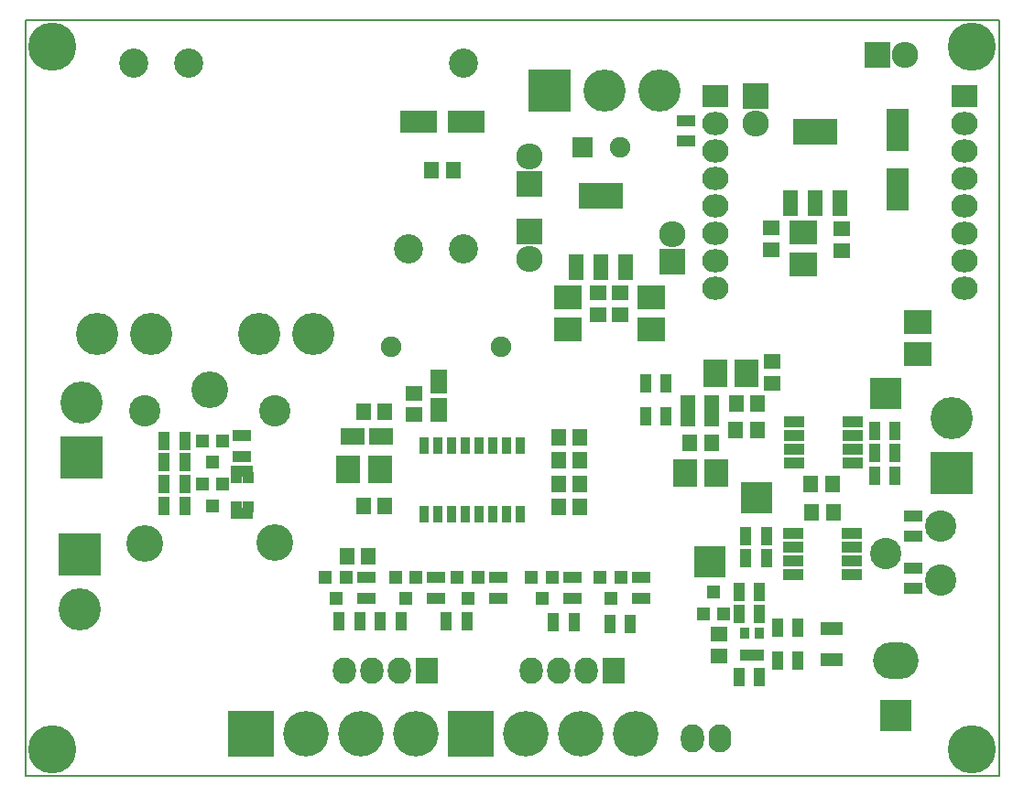
<source format=gbr>
%TF.GenerationSoftware,KiCad,Pcbnew,4.0.2+dfsg1-stable*%
%TF.CreationDate,2019-03-07T19:49:12+01:00*%
%TF.ProjectId,v2,76322E6B696361645F70636200000000,rev?*%
%TF.FileFunction,Soldermask,Top*%
%FSLAX46Y46*%
G04 Gerber Fmt 4.6, Leading zero omitted, Abs format (unit mm)*
G04 Created by KiCad (PCBNEW 4.0.2+dfsg1-stable) date czw, 7 mar 2019, 19:49:12*
%MOMM*%
G01*
G04 APERTURE LIST*
%ADD10C,0.100000*%
%ADD11C,0.150000*%
%ADD12R,2.000200X3.999180*%
%ADD13R,3.900000X3.900000*%
%ADD14C,3.900000*%
%ADD15O,2.432000X2.127200*%
%ADD16R,2.432000X2.127200*%
%ADD17C,2.700000*%
%ADD18O,2.100000X2.600000*%
%ADD19O,2.120000X2.600000*%
%ADD20R,2.940000X2.940000*%
%ADD21R,2.630000X2.200000*%
%ADD22R,1.650000X1.400000*%
%ADD23R,1.400000X1.650000*%
%ADD24R,3.399740X2.000200*%
%ADD25R,2.200000X2.630000*%
%ADD26R,1.630000X2.200000*%
%ADD27R,2.200000X1.630000*%
%ADD28R,0.975000X1.000000*%
%ADD29R,2.050000X1.000000*%
%ADD30C,1.900000*%
%ADD31R,2.432000X2.432000*%
%ADD32O,2.432000X2.432000*%
%ADD33O,4.200000X3.400000*%
%ADD34C,4.210000*%
%ADD35R,4.210000X4.210000*%
%ADD36R,1.200100X1.200100*%
%ADD37R,1.100000X1.700000*%
%ADD38R,1.700000X1.100000*%
%ADD39R,2.100000X1.300000*%
%ADD40C,2.900000*%
%ADD41C,3.400000*%
%ADD42C,2.899360*%
%ADD43R,4.057600X2.432000*%
%ADD44R,1.416000X2.432000*%
%ADD45R,0.806400X1.060400*%
%ADD46R,0.908000X1.543000*%
%ADD47R,1.950000X1.000000*%
%ADD48R,1.460000X1.050000*%
%ADD49R,2.127200X2.432000*%
%ADD50O,2.127200X2.432000*%
%ADD51C,4.464000*%
%ADD52R,1.900000X1.900000*%
G04 APERTURE END LIST*
D10*
D11*
X0Y0D02*
X90000000Y0D01*
X0Y-70000000D02*
X0Y0D01*
X90000000Y-70000000D02*
X0Y-70000000D01*
X90000000Y0D02*
X90000000Y-70000000D01*
D12*
X80620000Y-15720820D03*
X80620000Y-10219180D03*
D13*
X48450500Y-6540500D03*
D14*
X53530500Y-6540500D03*
X58610500Y-6540500D03*
D15*
X63811000Y-24844500D03*
X63811000Y-22304500D03*
X63811000Y-19764500D03*
X63811000Y-17224500D03*
X63811000Y-14684500D03*
X63811000Y-12144500D03*
X63811000Y-9604500D03*
D16*
X63811000Y-7064500D03*
X86811000Y-7064500D03*
D15*
X86811000Y-9604500D03*
X86811000Y-12144500D03*
X86811000Y-14684500D03*
X86811000Y-17224500D03*
X86811000Y-19764500D03*
X86811000Y-22304500D03*
X86811000Y-24844500D03*
D17*
X40480000Y-4000000D03*
X10000000Y-4000000D03*
X15080000Y-4000000D03*
X40480000Y-21180000D03*
X35400000Y-21180000D03*
D18*
X64250000Y-66500000D03*
D19*
X61710000Y-66500000D03*
D13*
X5200000Y-40540000D03*
D14*
X5200000Y-35460000D03*
D13*
X5000000Y-49460000D03*
D14*
X5000000Y-54540000D03*
D20*
X67564000Y-44259500D03*
X79502000Y-34544000D03*
X63246000Y-50165000D03*
D21*
X57895000Y-28618000D03*
X57895000Y-25698000D03*
D22*
X75520000Y-19370000D03*
X75520000Y-21370000D03*
X54995000Y-25258000D03*
X54995000Y-27258000D03*
X68961000Y-19256500D03*
X68961000Y-21256500D03*
X52995000Y-25258000D03*
X52995000Y-27258000D03*
D21*
X71882000Y-22605500D03*
X71882000Y-19685500D03*
X50195000Y-28618000D03*
X50195000Y-25698000D03*
D23*
X37544500Y-13906500D03*
X39544500Y-13906500D03*
D24*
X36344860Y-9461500D03*
X40744140Y-9461500D03*
D23*
X49292000Y-38608000D03*
X51292000Y-38608000D03*
X49292000Y-40767000D03*
X51292000Y-40767000D03*
X49292000Y-42926000D03*
X51292000Y-42926000D03*
X49292000Y-45085000D03*
X51292000Y-45085000D03*
X31258000Y-36296600D03*
X33258000Y-36296600D03*
D25*
X29858000Y-41566000D03*
X32778000Y-41566000D03*
D22*
X35941000Y-34560000D03*
X35941000Y-36560000D03*
D26*
X38227000Y-33488000D03*
X38227000Y-36108000D03*
D27*
X30258000Y-38566000D03*
X32878000Y-38566000D03*
D23*
X65702500Y-35493500D03*
X67702500Y-35493500D03*
X65675000Y-37973000D03*
X67675000Y-37973000D03*
D25*
X66674500Y-32702500D03*
X63754500Y-32702500D03*
D23*
X61420500Y-39179500D03*
X63420500Y-39179500D03*
D25*
X63880500Y-41973500D03*
X60960500Y-41973500D03*
D22*
X69024500Y-31639000D03*
X69024500Y-33639000D03*
D21*
X82486500Y-30924000D03*
X82486500Y-28004000D03*
D22*
X64121000Y-56849000D03*
X64121000Y-58849000D03*
D23*
X72619000Y-42942000D03*
X74619000Y-42942000D03*
X74678000Y-45600000D03*
X72678000Y-45600000D03*
D28*
X20581500Y-42350000D03*
X19506500Y-42350000D03*
X20581500Y-45050000D03*
D29*
X20044000Y-45650000D03*
X20044000Y-41750000D03*
D28*
X19506500Y-45050000D03*
D14*
X21638260Y-29083000D03*
X26636980Y-29083000D03*
X11635740Y-29083000D03*
X6637020Y-29083000D03*
D30*
X33860740Y-30226000D03*
X44020740Y-30226000D03*
D31*
X67500500Y-7048500D03*
D32*
X67500500Y-9588500D03*
D20*
X80500000Y-64340000D03*
D33*
X80500000Y-59260000D03*
D34*
X46228000Y-66040000D03*
X51308000Y-66040000D03*
D35*
X41148000Y-66040000D03*
D34*
X56388000Y-66040000D03*
D13*
X85598000Y-41910000D03*
D14*
X85598000Y-36830000D03*
D31*
X78820000Y-3270000D03*
D32*
X81360000Y-3270000D03*
D36*
X18244000Y-38949240D03*
X16344000Y-38949240D03*
X17294000Y-40948220D03*
X18244000Y-42949240D03*
X16344000Y-42949240D03*
X17294000Y-44948220D03*
D37*
X14744000Y-38950000D03*
X12844000Y-38950000D03*
X14744000Y-44950000D03*
X12844000Y-44950000D03*
X12844000Y-40950000D03*
X14744000Y-40950000D03*
X12844000Y-42950000D03*
X14744000Y-42950000D03*
X40828000Y-55626000D03*
X38928000Y-55626000D03*
X50734000Y-55753000D03*
X48834000Y-55753000D03*
X55941000Y-55880000D03*
X54041000Y-55880000D03*
D38*
X50546000Y-53528000D03*
X50546000Y-51628000D03*
X56896000Y-53528000D03*
X56896000Y-51628000D03*
D39*
X74549000Y-59235000D03*
X74549000Y-56335000D03*
D37*
X69535000Y-59309000D03*
X71435000Y-59309000D03*
X69535000Y-56261000D03*
X71435000Y-56261000D03*
X65979000Y-60833000D03*
X67879000Y-60833000D03*
X65979000Y-54991000D03*
X67879000Y-54991000D03*
X65979000Y-52959000D03*
X67879000Y-52959000D03*
D38*
X61082000Y-9334000D03*
X61082000Y-11234000D03*
X82042000Y-47813000D03*
X82042000Y-45913000D03*
X82042000Y-50739000D03*
X82042000Y-52639000D03*
D37*
X57338000Y-36700000D03*
X59238000Y-36700000D03*
X57338000Y-33652000D03*
X59238000Y-33652000D03*
X80420000Y-38070000D03*
X78520000Y-38070000D03*
X78519000Y-40117000D03*
X80419000Y-40117000D03*
X68514000Y-49784000D03*
X66614000Y-49784000D03*
X68514000Y-47752000D03*
X66614000Y-47752000D03*
X80420000Y-42170000D03*
X78520000Y-42170000D03*
D38*
X20044000Y-38500000D03*
X20044000Y-40400000D03*
D40*
X23068000Y-36176500D03*
D41*
X23068000Y-48376500D03*
X11018000Y-48426500D03*
D40*
X11068000Y-36176500D03*
D41*
X17018000Y-34226500D03*
D42*
X79542640Y-49362360D03*
X84582000Y-51861720D03*
X84582000Y-46863000D03*
D43*
X73025000Y-10350500D03*
D44*
X73025000Y-16954500D03*
X75311000Y-16954500D03*
X70739000Y-16954500D03*
D43*
X53220000Y-16318000D03*
D44*
X53220000Y-22922000D03*
X55506000Y-22922000D03*
X50934000Y-22922000D03*
D45*
X66522600Y-58801000D03*
X67843400Y-58801000D03*
X67183000Y-58801000D03*
X67843400Y-56769000D03*
X66522600Y-56769000D03*
D46*
X36881000Y-39411000D03*
X39421000Y-39411000D03*
X40691000Y-39411000D03*
X41961000Y-39411000D03*
X43231000Y-39411000D03*
X44501000Y-39411000D03*
X45771000Y-39411000D03*
X45771000Y-45761000D03*
X44501000Y-45761000D03*
X43231000Y-45761000D03*
X41961000Y-45761000D03*
X40691000Y-45761000D03*
X39421000Y-45761000D03*
X38151000Y-45761000D03*
X36881000Y-45761000D03*
X38151000Y-39411000D03*
D47*
X76474000Y-40987000D03*
X76474000Y-39717000D03*
X76474000Y-38447000D03*
X76474000Y-37177000D03*
X71074000Y-37177000D03*
X71074000Y-38447000D03*
X71074000Y-39717000D03*
X71074000Y-40987000D03*
X71018000Y-47515000D03*
X71018000Y-48785000D03*
X71018000Y-50055000D03*
X71018000Y-51325000D03*
X76418000Y-51325000D03*
X76418000Y-50055000D03*
X76418000Y-48785000D03*
X76418000Y-47515000D03*
D48*
X63462500Y-37113500D03*
X63462500Y-36163500D03*
X63462500Y-35213500D03*
X61262500Y-35213500D03*
X61262500Y-37113500D03*
X61262500Y-36163500D03*
D36*
X41844000Y-51577240D03*
X39944000Y-51577240D03*
X40894000Y-53576220D03*
X55052000Y-51577240D03*
X53152000Y-51577240D03*
X54102000Y-53576220D03*
X48702000Y-51577240D03*
X46802000Y-51577240D03*
X47752000Y-53576220D03*
X62677000Y-54975760D03*
X64577000Y-54975760D03*
X63627000Y-52976780D03*
D31*
X46620000Y-15220000D03*
D32*
X46620000Y-12680000D03*
D31*
X59817000Y-22352000D03*
D32*
X59817000Y-19812000D03*
D31*
X46620000Y-19570000D03*
D32*
X46620000Y-22110000D03*
D23*
X31734000Y-49657000D03*
X29734000Y-49657000D03*
X33258000Y-44958000D03*
X31258000Y-44958000D03*
D36*
X29652000Y-51577240D03*
X27752000Y-51577240D03*
X28702000Y-53576220D03*
X36129000Y-51577240D03*
X34229000Y-51577240D03*
X35179000Y-53576220D03*
D34*
X25908000Y-66040000D03*
X30988000Y-66040000D03*
D35*
X20828000Y-66040000D03*
D34*
X36068000Y-66040000D03*
D49*
X54356000Y-60198000D03*
D50*
X51816000Y-60198000D03*
X49276000Y-60198000D03*
X46736000Y-60198000D03*
D49*
X37084000Y-60198000D03*
D50*
X34544000Y-60198000D03*
X32004000Y-60198000D03*
X29464000Y-60198000D03*
D37*
X29022000Y-55626000D03*
X30922000Y-55626000D03*
X32832000Y-55626000D03*
X34732000Y-55626000D03*
D38*
X31496000Y-53528000D03*
X31496000Y-51628000D03*
X37973000Y-53528000D03*
X37973000Y-51628000D03*
X43688000Y-53528000D03*
X43688000Y-51628000D03*
D51*
X87500000Y-67500000D03*
X2500000Y-67500000D03*
X2500000Y-2500000D03*
X87500000Y-2500000D03*
D30*
X55020000Y-11820000D03*
D52*
X51520000Y-11820000D03*
M02*

</source>
